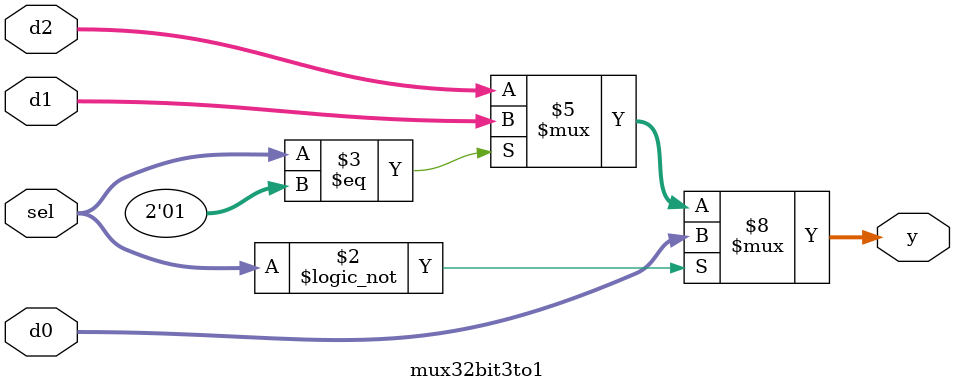
<source format=v>
`timescale 1ns / 1ps

module mux32bit3to1 (input [31:0] d0, d1, d2,
		input [1:0] sel,
		output reg [31:0] y);

always@(d0 or d1 or d2)
begin
	if(sel == 2'b00)
		y <= d0;
	else if(sel == 2'b01)
		y <= d1;
	else
		y <= d2;
end
endmodule
</source>
